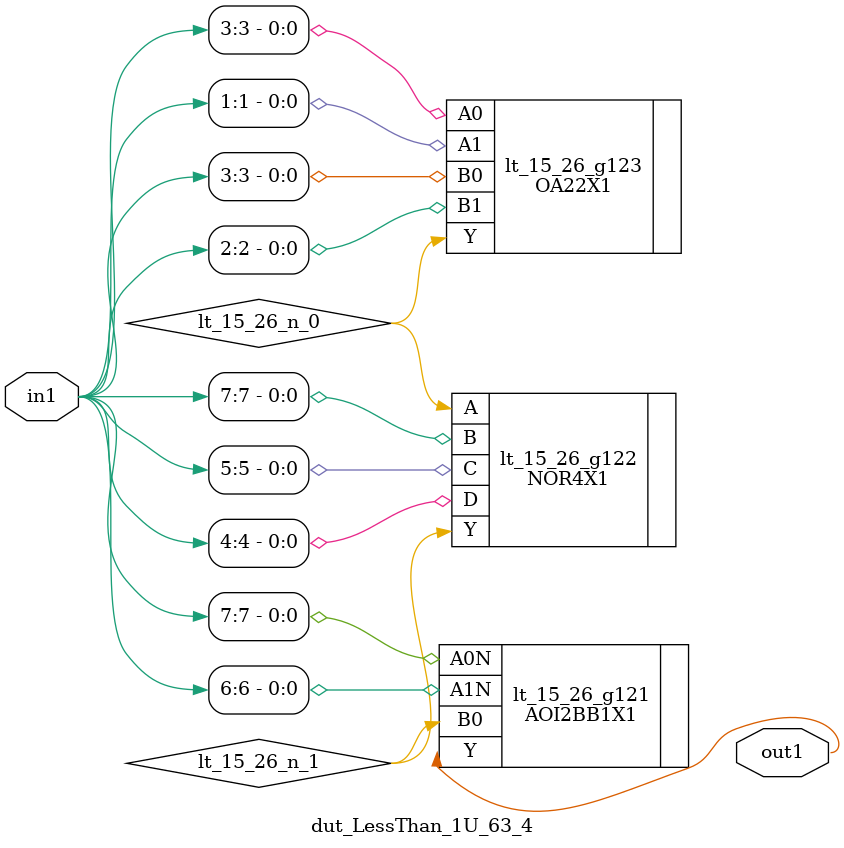
<source format=v>
`timescale 1ps / 1ps


module dut_LessThan_1U_63_4(in1, out1);
  input [7:0] in1;
  output out1;
  wire [7:0] in1;
  wire out1;
  wire lt_15_26_n_0, lt_15_26_n_1;
  AOI2BB1X1 lt_15_26_g121(.A0N (in1[7]), .A1N (in1[6]), .B0
       (lt_15_26_n_1), .Y (out1));
  NOR4X1 lt_15_26_g122(.A (lt_15_26_n_0), .B (in1[7]), .C (in1[5]), .D
       (in1[4]), .Y (lt_15_26_n_1));
  OA22X1 lt_15_26_g123(.A0 (in1[3]), .A1 (in1[1]), .B0 (in1[3]), .B1
       (in1[2]), .Y (lt_15_26_n_0));
endmodule



</source>
